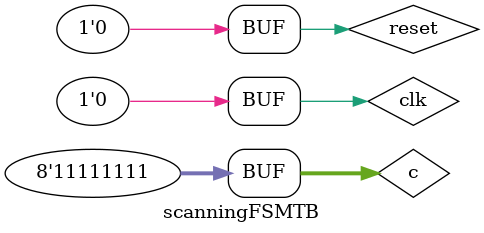
<source format=sv>

module scanningFSMTB();
 // Set up test signals

	logic clk, reset;
	logic [7:0] c;
	logic [7:0] r;
	logic [63:0] chessLayout;

 // Instantiate the device under test
 scanningFSM dut(.clk(clk), .reset(reset), .c(c), .r(r), .chessLayout(chessLayout));


 always
   begin
     clk = 1; #5;
     clk = 0; #5;
   end

initial
   begin
	reset = 1; #27; reset = 0;
	
	// test different inputs
	c = 8'b11111111;
	#10;
	c = 8'b11110111;
	#10;
	c = 8'b00001000;
	#10;
	c = 8'b00000000;
	#10
	c = 8'b00000000;
	#10
	c = 8'b00000000;
	#10
	c = 8'b11111111;
	#10
	c = 8'b11111111;
	#10;
    end
endmodule

</source>
